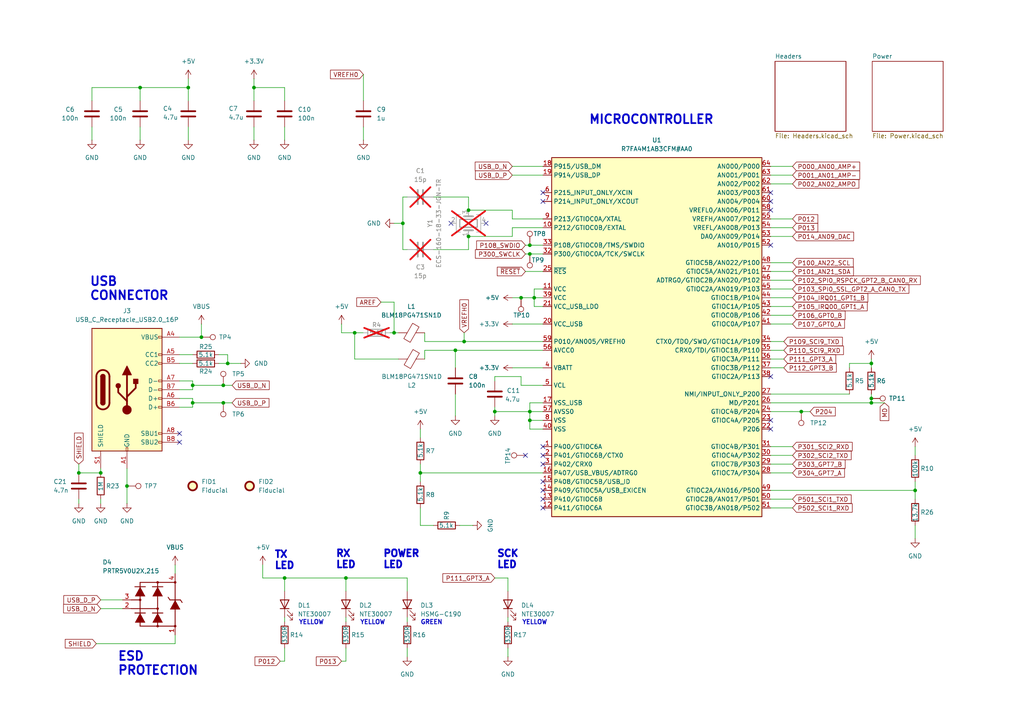
<source format=kicad_sch>
(kicad_sch (version 20231120) (generator "eeschema") (generator_version "8.0")
  (paper "A4")
  (title_block (title "Arduino UNO R4 Minima") (date "2024-05-10") (rev "1") (company "Carlos Sabogal"))
  (lib_symbols
    (symbol "Arduino UNO R4 Minima:PRTR5V0U2X,215"
      (property "Reference" "D" (at -13.716 9.398 0))
      (property "Value" "PRTR5V0U2X,215" (at -6.096 7.112 0))
      (symbol "PRTR5V0U2X,215_1_0"
        (pin passive line (at 5.08 -10.16 90) (length 2.54) (name "1") (number "1"))
        (pin passive line (at -10.16 -2.54 0) (length 2.54) (name "2") (number "2"))
        (pin passive line (at -10.16 0 0) (length 2.54) (name "3") (number "3"))
        (pin passive line (at 5.08 7.62 270) (length 2.54) (name "4") (number "4"))
      )
    )
    (symbol "Arduino UNO R4 Minima:R7FA4M1AB3CFM#AA0"
      (property "Reference" "U" (at 0.762 107.442 0))
      (property "Value" "R7FA4M1AB3CFM#AA0" (at 10.414 105.41 0))
      (symbol "R7FA4M1AB3CFM#AA0_1_0"
        (pin passive line (at -2.54 20.32 0) (length 2.54) (name "P400/GTIOC6A") (number "1"))
        (pin passive line (at -2.54 83.82 0) (length 2.54) (name "P212/GTIOC0B/EXTAL") (number "10"))
        (pin passive line (at -2.54 66.04 0) (length 2.54) (name "VCC") (number "11"))
        (pin passive line (at -2.54 2.54 0) (length 2.54) (name "P411/GTIOC6A") (number "12"))
        (pin passive line (at -2.54 5.08 0) (length 2.54) (name "P410/GTIOC6B") (number "13"))
        (pin passive line (at -2.54 7.62 0) (length 2.54) (name "P409/GTIOC5A/USB_EXICEN") (number "14"))
        (pin passive line (at -2.54 10.16 0) (length 2.54) (name "P408/GTIOC5B/USB_ID") (number "15"))
        (pin passive line (at -2.54 12.7 0) (length 2.54) (name "P407/USB_VBUS/ADTRG0") (number "16"))
        (pin passive line (at -2.54 33.02 0) (length 2.54) (name "VSS_USB") (number "17"))
        (pin passive line (at -2.54 101.6 0) (length 2.54) (name "P915/USB_DM") (number "18"))
        (pin passive line (at -2.54 99.06 0) (length 2.54) (name "P914/USB_DP") (number "19"))
        (pin passive line (at -2.54 17.78 0) (length 2.54) (name "P401/GTIOC6B/CTX0") (number "2"))
        (pin passive line (at -2.54 55.88 0) (length 2.54) (name "VCC_USB") (number "20"))
        (pin passive line (at -2.54 60.96 0) (length 2.54) (name "VCC_USB_LDO") (number "21"))
        (pin passive line (at 63.5 25.4 180) (length 2.54) (name "P206") (number "22"))
        (pin passive line (at 63.5 27.94 180) (length 2.54) (name "GTIOC4A/P205") (number "23"))
        (pin passive line (at 63.5 30.48 180) (length 2.54) (name "GTIOC4B/P204") (number "24"))
        (pin passive line (at -2.54 71.12 0) (length 2.54) (name "~{RES}") (number "25"))
        (pin passive line (at 63.5 33.02 180) (length 2.54) (name "MD/P201") (number "26"))
        (pin passive line (at 63.5 35.56 180) (length 2.54) (name "NMI/INPUT_ONLY_P200") (number "27"))
        (pin passive line (at 63.5 12.7 180) (length 2.54) (name "GTIOC7A/P304") (number "28"))
        (pin passive line (at 63.5 15.24 180) (length 2.54) (name "GTIOC7B/P303") (number "29"))
        (pin passive line (at -2.54 15.24 0) (length 2.54) (name "P402/CRX0") (number "3"))
        (pin passive line (at 63.5 17.78 180) (length 2.54) (name "GTIOC4A/P302") (number "30"))
        (pin passive line (at 63.5 20.32 180) (length 2.54) (name "GTIOC4B/P301") (number "31"))
        (pin passive line (at -2.54 76.2 0) (length 2.54) (name "P300/GTIOC0A/TCK/SWCLK") (number "32"))
        (pin passive line (at -2.54 78.74 0) (length 2.54) (name "P108/GTIOC0B/TMS/SWDIO") (number "33"))
        (pin passive line (at 63.5 50.8 180) (length 2.54) (name "CTX0/TDO/SWO/GTIOC1A/P109") (number "34"))
        (pin passive line (at 63.5 48.26 180) (length 2.54) (name "CRX0/TDI/GTIOC1B/P110") (number "35"))
        (pin passive line (at 63.5 45.72 180) (length 2.54) (name "GTIOC3A/P111") (number "36"))
        (pin passive line (at 63.5 43.18 180) (length 2.54) (name "GTIOC3B/P112") (number "37"))
        (pin passive line (at 63.5 40.64 180) (length 2.54) (name "GTIOC2A/P113") (number "38"))
        (pin passive line (at -2.54 63.5 0) (length 2.54) (name "VCC") (number "39"))
        (pin passive line (at -2.54 43.18 0) (length 2.54) (name "VBATT") (number "4"))
        (pin passive line (at -2.54 25.4 0) (length 2.54) (name "VSS") (number "40"))
        (pin passive line (at 63.5 55.88 180) (length 2.54) (name "GTIOC0A/P107") (number "41"))
        (pin passive line (at 63.5 58.42 180) (length 2.54) (name "GTIOC0B/P106") (number "42"))
        (pin passive line (at 63.5 60.96 180) (length 2.54) (name "GTIOC1A/P105") (number "43"))
        (pin passive line (at 63.5 63.5 180) (length 2.54) (name "GTIOC1B/P104") (number "44"))
        (pin passive line (at 63.5 66.04 180) (length 2.54) (name "GTIOC2A/AN019/P103") (number "45"))
        (pin passive line (at 63.5 68.58 180) (length 2.54) (name "ADTRG0/GTIOC2B/AN020/P102") (number "46"))
        (pin passive line (at 63.5 71.12 180) (length 2.54) (name "GTIOC5A/AN021/P101") (number "47"))
        (pin passive line (at 63.5 73.66 180) (length 2.54) (name "GTIOC5B/AN022/P100") (number "48"))
        (pin passive line (at 63.5 7.62 180) (length 2.54) (name "GTIOC2A/AN016/P500") (number "49"))
        (pin passive line (at -2.54 38.1 0) (length 2.54) (name "VCL") (number "5"))
        (pin passive line (at 63.5 5.08 180) (length 2.54) (name "GTIOC2B/AN017/P501") (number "50"))
        (pin passive line (at 63.5 2.54 180) (length 2.54) (name "GTIOC3B/AN018/P502") (number "51"))
        (pin passive line (at 63.5 78.74 180) (length 2.54) (name "AN010/P015") (number "52"))
        (pin passive line (at 63.5 81.28 180) (length 2.54) (name "DA0/AN009/P014") (number "53"))
        (pin passive line (at 63.5 83.82 180) (length 2.54) (name "VREFL/AN008/P013") (number "54"))
        (pin passive line (at 63.5 86.36 180) (length 2.54) (name "VREFH/AN007/P012") (number "55"))
        (pin passive line (at -2.54 48.26 0) (length 2.54) (name "AVCC0") (number "56"))
        (pin passive line (at -2.54 30.48 0) (length 2.54) (name "AVSS0") (number "57"))
        (pin passive line (at 63.5 88.9 180) (length 2.54) (name "VREFL0/AN006/P011") (number "58"))
        (pin passive line (at -2.54 50.8 0) (length 2.54) (name "P010/AN005/VREFH0") (number "59"))
        (pin passive line (at -2.54 93.98 0) (length 2.54) (name "P215_INPUT_ONLY/XCIN") (number "6"))
        (pin passive line (at 63.5 91.44 180) (length 2.54) (name "AN004/P004") (number "60"))
        (pin passive line (at 63.5 93.98 180) (length 2.54) (name "AN003/P003") (number "61"))
        (pin passive line (at 63.5 96.52 180) (length 2.54) (name "AN002/P002") (number "62"))
        (pin passive line (at 63.5 99.06 180) (length 2.54) (name "AN001/P001") (number "63"))
        (pin passive line (at 63.5 101.6 180) (length 2.54) (name "AN000/P000") (number "64"))
        (pin passive line (at -2.54 91.44 0) (length 2.54) (name "P214_INPUT_ONLY/XCOUT") (number "7"))
        (pin passive line (at -2.54 27.94 0) (length 2.54) (name "VSS") (number "8"))
        (pin passive line (at -2.54 86.36 0) (length 2.54) (name "P213/GTIOC0A/XTAL") (number "9"))
      )
    )
    (symbol "Connector:TestPoint" (pin_numbers hide) (pin_names (offset 0.762) hide)
      (property "Reference" "TP" (at 0 6.858 0))
      (property "Value" "TestPoint" (at 0 5.08 0))
      (symbol "TestPoint_1_1"
        (pin passive line (at 0 0 90) (length 2.54) (name "1") (number "1"))
      )
    )
    (symbol "Connector:USB_C_Receptacle_USB2.0_16P" (pin_names (offset 1.016))
      (property "Reference" "J" (at 0 22.225 0))
      (property "Value" "USB_C_Receptacle_USB2.0_16P" (at 0 19.685 0))
      (symbol "USB_C_Receptacle_USB2.0_16P_1_1"
        (pin passive line (at 0 -22.86 90) (length 5.08) (name "GND") (number "A1"))
        (pin passive line (at 0 -22.86 90) (length 5.08) hide (name "GND") (number "A12"))
        (pin passive line (at 15.24 15.24 180) (length 5.08) (name "VBUS") (number "A4"))
        (pin bidirectional line (at 15.24 10.16 180) (length 5.08) (name "CC1") (number "A5"))
        (pin bidirectional line (at 15.24 -2.54 180) (length 5.08) (name "D+") (number "A6"))
        (pin bidirectional line (at 15.24 2.54 180) (length 5.08) (name "D-") (number "A7"))
        (pin bidirectional line (at 15.24 -12.7 180) (length 5.08) (name "SBU1") (number "A8"))
        (pin passive line (at 15.24 15.24 180) (length 5.08) hide (name "VBUS") (number "A9"))
        (pin passive line (at 0 -22.86 90) (length 5.08) hide (name "GND") (number "B1"))
        (pin passive line (at 0 -22.86 90) (length 5.08) hide (name "GND") (number "B12"))
        (pin passive line (at 15.24 15.24 180) (length 5.08) hide (name "VBUS") (number "B4"))
        (pin bidirectional line (at 15.24 7.62 180) (length 5.08) (name "CC2") (number "B5"))
        (pin bidirectional line (at 15.24 -5.08 180) (length 5.08) (name "D+") (number "B6"))
        (pin bidirectional line (at 15.24 0 180) (length 5.08) (name "D-") (number "B7"))
        (pin bidirectional line (at 15.24 -15.24 180) (length 5.08) (name "SBU2") (number "B8"))
        (pin passive line (at 15.24 15.24 180) (length 5.08) hide (name "VBUS") (number "B9"))
        (pin passive line (at -7.62 -22.86 90) (length 5.08) (name "SHIELD") (number "S1"))
      )
    )
    (symbol "Device:C" (pin_numbers hide) (pin_names (offset 0.254))
      (property "Reference" "C" (at 0.635 2.54 0))
      (property "Value" "C" (at 0.635 -2.54 0))
      (symbol "C_1_1"
        (pin passive line (at 0 3.81 270) (length 2.794) (name "~") (number "1"))
        (pin passive line (at 0 -3.81 90) (length 2.794) (name "~") (number "2"))
      )
    )
    (symbol "Device:Crystal_GND24" (pin_names (offset 1.016) hide)
      (property "Reference" "Y" (at 3.175 5.08 0))
      (property "Value" "Crystal_GND24" (at 3.175 3.175 0))
      (symbol "Crystal_GND24_1_1"
        (pin passive line (at -3.81 0 0) (length 1.27) (name "1") (number "1"))
        (pin passive line (at 0 5.08 270) (length 1.27) (name "2") (number "2"))
        (pin passive line (at 3.81 0 180) (length 1.27) (name "3") (number "3"))
        (pin passive line (at 0 -5.08 90) (length 1.27) (name "4") (number "4"))
      )
    )
    (symbol "Device:FerriteBead" (pin_numbers hide) (pin_names (offset 0))
      (property "Reference" "FB" (at -3.81 0.635 90))
      (property "Value" "FerriteBead" (at 3.81 0 90))
      (symbol "FerriteBead_1_1"
        (pin passive line (at 0 3.81 270) (length 2.54) (name "~") (number "1"))
        (pin passive line (at 0 -3.81 90) (length 2.54) (name "~") (number "2"))
      )
    )
    (symbol "Device:LED" (pin_numbers hide) (pin_names (offset 1.016) hide)
      (property "Reference" "D" (at 0 2.54 0))
      (property "Value" "LED" (at 0 -2.54 0))
      (symbol "LED_1_1"
        (pin passive line (at -3.81 0 0) (length 2.54) (name "K") (number "1"))
        (pin passive line (at 3.81 0 180) (length 2.54) (name "A") (number "2"))
      )
    )
    (symbol "Device:R" (pin_numbers hide) (pin_names (offset 0))
      (property "Reference" "R" (at 2.032 0 90))
      (property "Value" "R" (at 0 0 90))
      (symbol "R_1_1"
        (pin passive line (at 0 3.81 270) (length 1.27) (name "~") (number "1"))
        (pin passive line (at 0 -3.81 90) (length 1.27) (name "~") (number "2"))
      )
    )
    (symbol "Mechanical:Fiducial" (exclude_from_sim yes) (in_bom no)
      (property "Reference" "FID" (at 0 5.08 0))
      (property "Value" "Fiducial" (at 0 3.175 0))
    )
    (symbol "power:+3.3V" (power) (pin_numbers hide) (pin_names (offset 0) hide)
      (property "Value" "+3.3V" (at 0 3.556 0))
      (symbol "+3.3V_1_1"
        (pin power_in line (at 0 0 90) (length 0) (name "~") (number "1"))
      )
    )
    (symbol "power:+5V" (power) (pin_numbers hide) (pin_names (offset 0) hide)
      (property "Value" "+5V" (at 0 3.556 0))
      (symbol "+5V_1_1"
        (pin power_in line (at 0 0 90) (length 0) (name "~") (number "1"))
      )
    )
    (symbol "power:GND" (power) (pin_numbers hide) (pin_names (offset 0) hide)
      (property "Value" "GND" (at 0 -3.81 0))
      (symbol "GND_1_1"
        (pin power_in line (at 0 0 270) (length 0) (name "~") (number "1"))
      )
    )
    (symbol "power:VBUS" (power) (pin_numbers hide) (pin_names (offset 0) hide)
      (property "Value" "VBUS" (at 0 3.556 0))
      (symbol "VBUS_1_1"
        (pin power_in line (at 0 0 90) (length 0) (name "~") (number "1"))
      )
    )
  )
  (junction (at 64.77 111.76))
  (junction (at 73.66 25.4))
  (junction (at 153.67 121.92))
  (junction (at 58.42 97.79))
  (junction (at 252.73 116.84))
  (junction (at 135.89 60.96))
  (junction (at 151.13 86.36))
  (junction (at 102.87 96.52))
  (junction (at 64.77 116.84))
  (junction (at 55.88 111.76))
  (junction (at 153.67 119.38))
  (junction (at 36.83 140.97))
  (junction (at 116.84 64.77))
  (junction (at 153.67 73.66))
  (junction (at 40.64 25.4))
  (junction (at 55.88 116.84))
  (junction (at 154.94 86.36))
  (junction (at 153.67 71.12))
  (junction (at 232.41 119.38))
  (junction (at 82.55 167.64))
  (junction (at 22.86 137.16))
  (junction (at 143.51 119.38))
  (junction (at 265.43 142.24))
  (junction (at 252.73 105.41))
  (junction (at 29.21 137.16))
  (junction (at 252.73 115.57))
  (junction (at 54.61 25.4))
  (junction (at 114.3 96.52))
  (junction (at 134.62 99.06))
  (junction (at 121.92 137.16))
  (junction (at 135.89 68.58))
  (junction (at 100.33 167.64))
  (junction (at 132.08 101.6))
  (junction (at 66.04 105.41))
  (no_connect (at 157.48 147.32))
  (no_connect (at 223.52 124.46))
  (no_connect (at 140.97 64.77))
  (no_connect (at 223.52 60.96))
  (no_connect (at 157.48 58.42))
  (no_connect (at 223.52 71.12))
  (no_connect (at 157.48 129.54))
  (no_connect (at 223.52 58.42))
  (no_connect (at 52.07 128.27))
  (no_connect (at 152.4 132.08))
  (no_connect (at 223.52 55.88))
  (no_connect (at 223.52 121.92))
  (no_connect (at 157.48 139.7))
  (no_connect (at 157.48 142.24))
  (no_connect (at 157.48 132.08))
  (no_connect (at 52.07 125.73))
  (no_connect (at 157.48 55.88))
  (no_connect (at 157.48 144.78))
  (no_connect (at 223.52 109.22))
  (no_connect (at 130.81 64.77))
  (no_connect (at 157.48 134.62))
  (wire (pts (xy 132.08 120.65) (xy 132.08 114.3)))
  (wire (pts (xy 143.51 120.65) (xy 143.51 119.38)))
  (wire (pts (xy 154.94 86.36) (xy 154.94 83.82)))
  (wire (pts (xy 152.4 73.66) (xy 153.67 73.66)))
  (wire (pts (xy 152.4 71.12) (xy 153.67 71.12)))
  (wire (pts (xy 115.57 104.14) (xy 102.87 104.14)))
  (wire (pts (xy 223.52 116.84) (xy 252.73 116.84)))
  (wire (pts (xy 121.92 152.4) (xy 125.73 152.4)))
  (wire (pts (xy 114.3 64.77) (xy 116.84 64.77)))
  (wire (pts (xy 148.59 106.68) (xy 157.48 106.68)))
  (wire (pts (xy 232.41 119.38) (xy 234.95 119.38)))
  (wire (pts (xy 223.52 93.98) (xy 229.87 93.98)))
  (wire (pts (xy 223.52 66.04) (xy 229.87 66.04)))
  (wire (pts (xy 265.43 142.24) (xy 265.43 144.78)))
  (wire (pts (xy 147.32 190.5) (xy 147.32 187.96)))
  (wire (pts (xy 118.11 57.15) (xy 116.84 57.15)))
  (wire (pts (xy 147.32 167.64) (xy 147.32 171.45)))
  (wire (pts (xy 55.88 111.76) (xy 55.88 113.03)))
  (wire (pts (xy 113.03 96.52) (xy 114.3 96.52)))
  (wire (pts (xy 223.52 119.38) (xy 232.41 119.38)))
  (wire (pts (xy 64.77 111.76) (xy 67.31 111.76)))
  (wire (pts (xy 29.21 176.53) (xy 35.56 176.53)))
  (wire (pts (xy 148.59 66.04) (xy 148.59 68.58)))
  (wire (pts (xy 116.84 64.77) (xy 116.84 72.39)))
  (wire (pts (xy 223.52 50.8) (xy 229.87 50.8)))
  (wire (pts (xy 153.67 116.84) (xy 157.48 116.84)))
  (wire (pts (xy 227.33 104.14) (xy 223.52 104.14)))
  (wire (pts (xy 29.21 173.99) (xy 35.56 173.99)))
  (wire (pts (xy 27.94 186.69) (xy 50.8 186.69)))
  (wire (pts (xy 82.55 167.64) (xy 82.55 171.45)))
  (wire (pts (xy 76.2 163.83) (xy 76.2 167.64)))
  (wire (pts (xy 55.88 111.76) (xy 64.77 111.76)))
  (wire (pts (xy 265.43 129.54) (xy 265.43 132.08)))
  (wire (pts (xy 40.64 29.21) (xy 40.64 25.4)))
  (wire (pts (xy 152.4 78.74) (xy 157.48 78.74)))
  (wire (pts (xy 148.59 68.58) (xy 135.89 68.58)))
  (wire (pts (xy 157.48 63.5) (xy 148.59 63.5)))
  (wire (pts (xy 252.73 115.57) (xy 252.73 116.84)))
  (wire (pts (xy 135.89 57.15) (xy 135.89 60.96)))
  (wire (pts (xy 99.06 96.52) (xy 99.06 93.98)))
  (wire (pts (xy 157.48 124.46) (xy 153.67 124.46)))
  (wire (pts (xy 223.52 132.08) (xy 229.87 132.08)))
  (wire (pts (xy 223.52 129.54) (xy 229.87 129.54)))
  (wire (pts (xy 73.66 40.64) (xy 73.66 36.83)))
  (wire (pts (xy 99.06 96.52) (xy 102.87 96.52)))
  (wire (pts (xy 252.73 105.41) (xy 246.38 105.41)))
  (wire (pts (xy 123.19 96.52) (xy 123.19 99.06)))
  (wire (pts (xy 151.13 86.36) (xy 154.94 86.36)))
  (wire (pts (xy 134.62 96.52) (xy 134.62 99.06)))
  (wire (pts (xy 29.21 146.05) (xy 29.21 144.78)))
  (wire (pts (xy 223.52 144.78) (xy 229.87 144.78)))
  (wire (pts (xy 157.48 119.38) (xy 153.67 119.38)))
  (wire (pts (xy 40.64 25.4) (xy 54.61 25.4)))
  (wire (pts (xy 153.67 73.66) (xy 157.48 73.66)))
  (wire (pts (xy 252.73 114.3) (xy 252.73 115.57)))
  (wire (pts (xy 40.64 40.64) (xy 40.64 36.83)))
  (wire (pts (xy 125.73 57.15) (xy 135.89 57.15)))
  (wire (pts (xy 123.19 99.06) (xy 134.62 99.06)))
  (wire (pts (xy 36.83 146.05) (xy 36.83 140.97)))
  (wire (pts (xy 66.04 102.87) (xy 66.04 105.41)))
  (wire (pts (xy 116.84 57.15) (xy 116.84 64.77)))
  (wire (pts (xy 26.67 25.4) (xy 40.64 25.4)))
  (wire (pts (xy 54.61 22.86) (xy 54.61 25.4)))
  (wire (pts (xy 52.07 110.49) (xy 55.88 110.49)))
  (wire (pts (xy 148.59 60.96) (xy 135.89 60.96)))
  (wire (pts (xy 223.52 76.2) (xy 229.87 76.2)))
  (wire (pts (xy 121.92 124.46) (xy 121.92 127)))
  (wire (pts (xy 123.19 101.6) (xy 132.08 101.6)))
  (wire (pts (xy 55.88 113.03) (xy 52.07 113.03)))
  (wire (pts (xy 36.83 140.97) (xy 36.83 135.89)))
  (wire (pts (xy 102.87 96.52) (xy 105.41 96.52)))
  (wire (pts (xy 22.86 134.62) (xy 22.86 137.16)))
  (wire (pts (xy 135.89 72.39) (xy 135.89 68.58)))
  (wire (pts (xy 100.33 167.64) (xy 82.55 167.64)))
  (wire (pts (xy 157.48 66.04) (xy 148.59 66.04)))
  (wire (pts (xy 223.52 78.74) (xy 229.87 78.74)))
  (wire (pts (xy 55.88 110.49) (xy 55.88 111.76)))
  (wire (pts (xy 154.94 83.82) (xy 157.48 83.82)))
  (wire (pts (xy 118.11 190.5) (xy 118.11 187.96)))
  (wire (pts (xy 64.77 116.84) (xy 67.31 116.84)))
  (wire (pts (xy 223.52 91.44) (xy 229.87 91.44)))
  (wire (pts (xy 66.04 105.41) (xy 63.5 105.41)))
  (wire (pts (xy 82.55 191.77) (xy 82.55 187.96)))
  (wire (pts (xy 223.52 114.3) (xy 246.38 114.3)))
  (wire (pts (xy 55.88 116.84) (xy 64.77 116.84)))
  (wire (pts (xy 252.73 104.14) (xy 252.73 105.41)))
  (wire (pts (xy 153.67 124.46) (xy 153.67 121.92)))
  (wire (pts (xy 143.51 109.22) (xy 143.51 110.49)))
  (wire (pts (xy 223.52 83.82) (xy 229.87 83.82)))
  (wire (pts (xy 153.67 116.84) (xy 153.67 119.38)))
  (wire (pts (xy 157.48 121.92) (xy 153.67 121.92)))
  (wire (pts (xy 22.86 137.16) (xy 29.21 137.16)))
  (wire (pts (xy 265.43 152.4) (xy 265.43 156.21)))
  (wire (pts (xy 148.59 48.26) (xy 157.48 48.26)))
  (wire (pts (xy 157.48 111.76) (xy 151.13 111.76)))
  (wire (pts (xy 100.33 167.64) (xy 100.33 171.45)))
  (wire (pts (xy 82.55 180.34) (xy 82.55 179.07)))
  (wire (pts (xy 132.08 101.6) (xy 157.48 101.6)))
  (wire (pts (xy 58.42 93.98) (xy 58.42 97.79)))
  (wire (pts (xy 26.67 29.21) (xy 26.67 25.4)))
  (wire (pts (xy 137.16 152.4) (xy 133.35 152.4)))
  (wire (pts (xy 50.8 163.83) (xy 50.8 166.37)))
  (wire (pts (xy 223.52 134.62) (xy 229.87 134.62)))
  (wire (pts (xy 82.55 29.21) (xy 82.55 25.4)))
  (wire (pts (xy 227.33 101.6) (xy 223.52 101.6)))
  (wire (pts (xy 82.55 25.4) (xy 73.66 25.4)))
  (wire (pts (xy 227.33 106.68) (xy 223.52 106.68)))
  (wire (pts (xy 55.88 116.84) (xy 55.88 118.11)))
  (wire (pts (xy 153.67 121.92) (xy 153.67 119.38)))
  (wire (pts (xy 223.52 63.5) (xy 229.87 63.5)))
  (wire (pts (xy 55.88 102.87) (xy 52.07 102.87)))
  (wire (pts (xy 82.55 40.64) (xy 82.55 36.83)))
  (wire (pts (xy 73.66 25.4) (xy 73.66 29.21)))
  (wire (pts (xy 105.41 21.59) (xy 105.41 29.21)))
  (wire (pts (xy 223.52 88.9) (xy 229.87 88.9)))
  (wire (pts (xy 121.92 137.16) (xy 121.92 139.7)))
  (wire (pts (xy 50.8 186.69) (xy 50.8 184.15)))
  (wire (pts (xy 114.3 96.52) (xy 115.57 96.52)))
  (wire (pts (xy 132.08 106.68) (xy 132.08 101.6)))
  (wire (pts (xy 116.84 72.39) (xy 118.11 72.39)))
  (wire (pts (xy 265.43 139.7) (xy 265.43 142.24)))
  (wire (pts (xy 121.92 137.16) (xy 157.48 137.16)))
  (wire (pts (xy 26.67 40.64) (xy 26.67 36.83)))
  (wire (pts (xy 151.13 111.76) (xy 151.13 109.22)))
  (wire (pts (xy 118.11 167.64) (xy 100.33 167.64)))
  (wire (pts (xy 148.59 93.98) (xy 157.48 93.98)))
  (wire (pts (xy 157.48 86.36) (xy 154.94 86.36)))
  (wire (pts (xy 100.33 191.77) (xy 100.33 187.96)))
  (wire (pts (xy 223.52 137.16) (xy 229.87 137.16)))
  (wire (pts (xy 223.52 48.26) (xy 229.87 48.26)))
  (wire (pts (xy 123.19 101.6) (xy 123.19 104.14)))
  (wire (pts (xy 229.87 147.32) (xy 223.52 147.32)))
  (wire (pts (xy 54.61 25.4) (xy 54.61 29.21)))
  (wire (pts (xy 223.52 81.28) (xy 229.87 81.28)))
  (wire (pts (xy 118.11 180.34) (xy 118.11 179.07)))
  (wire (pts (xy 227.33 99.06) (xy 223.52 99.06)))
  (wire (pts (xy 252.73 105.41) (xy 252.73 106.68)))
  (wire (pts (xy 118.11 171.45) (xy 118.11 167.64)))
  (wire (pts (xy 110.49 87.63) (xy 114.3 87.63)))
  (wire (pts (xy 114.3 87.63) (xy 114.3 96.52)))
  (wire (pts (xy 69.85 105.41) (xy 66.04 105.41)))
  (wire (pts (xy 52.07 97.79) (xy 58.42 97.79)))
  (wire (pts (xy 151.13 109.22) (xy 143.51 109.22)))
  (wire (pts (xy 148.59 63.5) (xy 148.59 60.96)))
  (wire (pts (xy 54.61 40.64) (xy 54.61 36.83)))
  (wire (pts (xy 143.51 119.38) (xy 143.51 118.11)))
  (wire (pts (xy 55.88 115.57) (xy 55.88 116.84)))
  (wire (pts (xy 157.48 88.9) (xy 154.94 88.9)))
  (wire (pts (xy 148.59 86.36) (xy 151.13 86.36)))
  (wire (pts (xy 143.51 119.38) (xy 153.67 119.38)))
  (wire (pts (xy 148.59 50.8) (xy 157.48 50.8)))
  (wire (pts (xy 63.5 102.87) (xy 66.04 102.87)))
  (wire (pts (xy 100.33 180.34) (xy 100.33 179.07)))
  (wire (pts (xy 223.52 68.58) (xy 229.87 68.58)))
  (wire (pts (xy 99.06 191.77) (xy 100.33 191.77)))
  (wire (pts (xy 55.88 105.41) (xy 52.07 105.41)))
  (wire (pts (xy 29.21 137.16) (xy 29.21 135.89)))
  (wire (pts (xy 73.66 22.86) (xy 73.66 25.4)))
  (wire (pts (xy 22.86 146.05) (xy 22.86 144.78)))
  (wire (pts (xy 154.94 88.9) (xy 154.94 86.36)))
  (wire (pts (xy 246.38 105.41) (xy 246.38 106.68)))
  (wire (pts (xy 76.2 167.64) (xy 82.55 167.64)))
  (wire (pts (xy 52.07 115.57) (xy 55.88 115.57)))
  (wire (pts (xy 121.92 134.62) (xy 121.92 137.16)))
  (wire (pts (xy 252.73 116.84) (xy 256.54 116.84)))
  (wire (pts (xy 121.92 152.4) (xy 121.92 147.32)))
  (wire (pts (xy 134.62 99.06) (xy 157.48 99.06)))
  (wire (pts (xy 147.32 180.34) (xy 147.32 179.07)))
  (wire (pts (xy 143.51 167.64) (xy 147.32 167.64)))
  (wire (pts (xy 223.52 142.24) (xy 265.43 142.24)))
  (wire (pts (xy 102.87 104.14) (xy 102.87 96.52)))
  (wire (pts (xy 81.28 191.77) (xy 82.55 191.77)))
  (wire (pts (xy 125.73 72.39) (xy 135.89 72.39)))
  (wire (pts (xy 153.67 71.12) (xy 157.48 71.12)))
  (wire (pts (xy 223.52 53.34) (xy 229.87 53.34)))
  (wire (pts (xy 105.41 40.64) (xy 105.41 36.83)))
  (wire (pts (xy 55.88 118.11) (xy 52.07 118.11)))
  (wire (pts (xy 223.52 86.36) (xy 229.87 86.36)))
  (text "RX\nLED" (at 97.282 162.306 0) (effects (font (size 2 2) (thickness 0.508) (bold yes)) (justify left)))
  (text "SCK\nLED" (at 144.018 162.306 0) (effects (font (size 2 2) (thickness 0.508) (bold yes)) (justify left)))
  (text "ESD\nPROTECTION" (at 34.036 192.532 0) (effects (font (size 2.54 2.54) (thickness 0.508) (bold yes)) (justify left)))
  (text "TX\nLED" (at 79.502 162.56 0) (effects (font (size 2 2) (thickness 0.508) (bold yes)) (justify left)))
  (text "YELLOW" (at 86.614 180.594 0) (effects (font (size 1.27 1.27) (thickness 0.254) (bold yes)) (justify left)))
  (text "MICROCONTROLLER" (at 170.688 34.798 0) (effects (font (size 2.54 2.54) (thickness 0.508) (bold yes)) (justify left)))
  (text "YELLOW" (at 151.384 180.594 0) (effects (font (size 1.27 1.27) (thickness 0.254) (bold yes)) (justify left)))
  (text "YELLOW" (at 104.394 180.594 0) (effects (font (size 1.27 1.27) (thickness 0.254) (bold yes)) (justify left)))
  (text "USB\nCONNECTOR" (at 25.908 83.82 0) (effects (font (size 2.54 2.54) (thickness 0.508) (bold yes)) (justify left)))
  (text "GREEN" (at 121.92 180.594 0) (effects (font (size 1.27 1.27) (thickness 0.254) (bold yes)) (justify left)))
  (text "POWER\nLED" (at 110.998 162.306 0) (effects (font (size 2 2) (thickness 0.508) (bold yes)) (justify left)))
  (global_label "P103_SPI0_SSL_GPT2_A_CAN0_TX" (shape input) (at 229.87 83.82 0) (property "Intersheetrefs" "${INTERSHEET_REFS}" (effects (hide yes))))
  (global_label "~{RESET}" (shape input) (at 152.4 78.74 180) (property "Intersheetrefs" "${INTERSHEET_REFS}" (effects (hide yes))))
  (global_label "P013" (shape input) (at 229.87 66.04 0) (property "Intersheetrefs" "${INTERSHEET_REFS}" (effects (hide yes))))
  (global_label "P108_SWDIO" (shape input) (at 152.4 71.12 180) (property "Intersheetrefs" "${INTERSHEET_REFS}" (effects (hide yes))))
  (global_label "P112_GPT3_B" (shape input) (at 227.33 106.68 0) (property "Intersheetrefs" "${INTERSHEET_REFS}" (effects (hide yes))))
  (global_label "SHIELD" (shape input) (at 22.86 134.62 90) (property "Intersheetrefs" "${INTERSHEET_REFS}" (effects (hide yes))))
  (global_label "P105_IRQ00_GPT1_A" (shape input) (at 229.87 88.9 0) (property "Intersheetrefs" "${INTERSHEET_REFS}" (effects (hide yes))))
  (global_label "P304_GPT7_A" (shape input) (at 229.87 137.16 0) (property "Intersheetrefs" "${INTERSHEET_REFS}" (effects (hide yes))))
  (global_label "USB_D_N" (shape input) (at 67.31 111.76 0) (property "Intersheetrefs" "${INTERSHEET_REFS}" (effects (hide yes))))
  (global_label "P302_SCI2_TXD" (shape input) (at 229.87 132.08 0) (property "Intersheetrefs" "${INTERSHEET_REFS}" (effects (hide yes))))
  (global_label "USB_D_N" (shape input) (at 148.59 48.26 180) (property "Intersheetrefs" "${INTERSHEET_REFS}" (effects (hide yes))))
  (global_label "P002_AN02_AMPO" (shape input) (at 229.87 53.34 0) (property "Intersheetrefs" "${INTERSHEET_REFS}" (effects (hide yes))))
  (global_label "P111_GPT3_A" (shape input) (at 227.33 104.14 0) (property "Intersheetrefs" "${INTERSHEET_REFS}" (effects (hide yes))))
  (global_label "P014_AN09_DAC" (shape input) (at 229.87 68.58 0) (property "Intersheetrefs" "${INTERSHEET_REFS}" (effects (hide yes))))
  (global_label "MD" (shape input) (at 256.54 116.84 270) (property "Intersheetrefs" "${INTERSHEET_REFS}" (effects (hide yes))))
  (global_label "USB_D_P" (shape input) (at 148.59 50.8 180) (property "Intersheetrefs" "${INTERSHEET_REFS}" (effects (hide yes))))
  (global_label "P303_GPT7_B" (shape input) (at 229.87 134.62 0) (property "Intersheetrefs" "${INTERSHEET_REFS}" (effects (hide yes))))
  (global_label "USB_D_N" (shape input) (at 29.21 176.53 180) (property "Intersheetrefs" "${INTERSHEET_REFS}" (effects (hide yes))))
  (global_label "P106_GPT0_B" (shape input) (at 229.87 91.44 0) (property "Intersheetrefs" "${INTERSHEET_REFS}" (effects (hide yes))))
  (global_label "VREFH0" (shape input) (at 105.41 21.59 180) (property "Intersheetrefs" "${INTERSHEET_REFS}" (effects (hide yes))))
  (global_label "P107_GPT0_A" (shape input) (at 229.87 93.98 0) (property "Intersheetrefs" "${INTERSHEET_REFS}" (effects (hide yes))))
  (global_label "P204" (shape input) (at 234.95 119.38 0) (property "Intersheetrefs" "${INTERSHEET_REFS}" (effects (hide yes))))
  (global_label "P111_GPT3_A" (shape input) (at 143.51 167.64 180) (property "Intersheetrefs" "${INTERSHEET_REFS}" (effects (hide yes))))
  (global_label "P102_SPI0_RSPCK_GPT2_B_CAN0_RX" (shape input) (at 229.87 81.28 0) (property "Intersheetrefs" "${INTERSHEET_REFS}" (effects (hide yes))))
  (global_label "P501_SCI1_TXD" (shape input) (at 229.87 144.78 0) (property "Intersheetrefs" "${INTERSHEET_REFS}" (effects (hide yes))))
  (global_label "P101_AN21_SDA" (shape input) (at 229.87 78.74 0) (property "Intersheetrefs" "${INTERSHEET_REFS}" (effects (hide yes))))
  (global_label "P001_AN01_AMP-" (shape input) (at 229.87 50.8 0) (property "Intersheetrefs" "${INTERSHEET_REFS}" (effects (hide yes))))
  (global_label "SHIELD" (shape input) (at 27.94 186.69 180) (property "Intersheetrefs" "${INTERSHEET_REFS}" (effects (hide yes))))
  (global_label "P104_IRQ01_GPT1_B" (shape input) (at 229.87 86.36 0) (property "Intersheetrefs" "${INTERSHEET_REFS}" (effects (hide yes))))
  (global_label "P301_SCI2_RXD" (shape input) (at 229.87 129.54 0) (property "Intersheetrefs" "${INTERSHEET_REFS}" (effects (hide yes))))
  (global_label "P013" (shape input) (at 99.06 191.77 180) (property "Intersheetrefs" "${INTERSHEET_REFS}" (effects (hide yes))))
  (global_label "VREFH0" (shape input) (at 134.62 96.52 90) (property "Intersheetrefs" "${INTERSHEET_REFS}" (effects (hide yes))))
  (global_label "P012" (shape input) (at 229.87 63.5 0) (property "Intersheetrefs" "${INTERSHEET_REFS}" (effects (hide yes))))
  (global_label "USB_D_P" (shape input) (at 67.31 116.84 0) (property "Intersheetrefs" "${INTERSHEET_REFS}" (effects (hide yes))))
  (global_label "P000_AN00_AMP+" (shape input) (at 229.87 48.26 0) (property "Intersheetrefs" "${INTERSHEET_REFS}" (effects (hide yes))))
  (global_label "P109_SCI9_TXD" (shape input) (at 227.33 99.06 0) (property "Intersheetrefs" "${INTERSHEET_REFS}" (effects (hide yes))))
  (global_label "P110_SCI9_RXD" (shape input) (at 227.33 101.6 0) (property "Intersheetrefs" "${INTERSHEET_REFS}" (effects (hide yes))))
  (global_label "P300_SWCLK" (shape input) (at 152.4 73.66 180) (property "Intersheetrefs" "${INTERSHEET_REFS}" (effects (hide yes))))
  (global_label "P012" (shape input) (at 81.28 191.77 180) (property "Intersheetrefs" "${INTERSHEET_REFS}" (effects (hide yes))))
  (global_label "P502_SCI1_RXD" (shape input) (at 229.87 147.32 0) (property "Intersheetrefs" "${INTERSHEET_REFS}" (effects (hide yes))))
  (global_label "AREF" (shape input) (at 110.49 87.63 180) (property "Intersheetrefs" "${INTERSHEET_REFS}" (effects (hide yes))))
  (global_label "P100_AN22_SCL" (shape input) (at 229.87 76.2 0) (property "Intersheetrefs" "${INTERSHEET_REFS}" (effects (hide yes))))
  (global_label "USB_D_P" (shape input) (at 29.21 173.99 180) (property "Intersheetrefs" "${INTERSHEET_REFS}" (effects (hide yes))))
  (symbol (lib_id "Device:LED") (at 100.33 175.26 90) (unit 1)
    (property "Reference" "DL2" (at 104.14 175.5774 90) (effects (justify right)))
    (property "Value" "NTE30007" (at 104.14 178.1174 90) (effects (justify right)))
    (property "Footprint" "LED_SMD:LED_0603_1608Metric" (effects (hide yes)))
    (property "Description" "Light emitting diode" (effects (hide yes)))
  )
  (symbol (lib_id "power:GND") (at 69.85 105.41 90) (unit 1)
    (property "Reference" "#PWR021" (effects (hide yes)))
    (property "Value" "GND" (at 73.66 105.4099 90) (effects (justify right)))
    (property "Description" "Power symbol creates a global label with name \"GND\" , ground" (effects (hide yes)))
  )
  (symbol (lib_id "power:GND") (at 29.21 146.05 0) (unit 1)
    (property "Reference" "#PWR019" (effects (hide yes)))
    (property "Value" "GND" (at 29.21 151.13 0))
    (property "Description" "Power symbol creates a global label with name \"GND\" , ground" (effects (hide yes)))
  )
  (symbol (lib_id "power:+5V") (at 76.2 163.83 0) (unit 1)
    (property "Reference" "#PWR045" (effects (hide yes)))
    (property "Value" "+5V" (at 76.2 158.75 0))
    (property "Description" "Power symbol creates a global label with name \"+5V\"" (effects (hide yes)))
  )
  (symbol (lib_id "Device:R") (at 265.43 148.59 0) (unit 1)
    (property "Reference" "R26" (at 266.954 148.59 0) (effects (justify left)))
    (property "Value" "13.7k" (at 265.43 151.384 90) (effects (justify left)))
    (property "Footprint" "Resistor_SMD:R_0402_1005Metric" (effects (hide yes)))
    (property "Description" "Resistor" (effects (hide yes)))
  )
  (symbol (lib_id "power:GND") (at 82.55 40.64 0) (unit 1)
    (property "Reference" "#PWR040" (effects (hide yes)))
    (property "Value" "GND" (at 82.55 45.72 0))
    (property "Description" "Power symbol creates a global label with name \"GND\" , ground" (effects (hide yes)))
  )
  (symbol (lib_id "Connector:TestPoint") (at 252.73 115.57 270) (unit 1)
    (property "Reference" "TP11" (at 257.81 115.5699 90) (effects (justify left)))
    (property "Value" "TestPoint" (effects (hide yes)))
    (property "Footprint" "TestPoint:TestPoint_Pad_D1.0mm" (effects (hide yes)))
    (property "Description" "test point" (effects (hide yes)))
  )
  (symbol (lib_id "Device:C") (at 143.51 114.3 180) (unit 1)
    (property "Reference" "C11" (at 150.876 113.284 0) (effects (justify left)))
    (property "Value" "4.7u" (at 150.876 115.824 0) (effects (justify left)))
    (property "Footprint" "Capacitor_SMD:C_0603_1608Metric" (effects (hide yes)))
    (property "Description" "Unpolarized capacitor" (effects (hide yes)))
  )
  (symbol (lib_id "power:GND") (at 22.86 146.05 0) (unit 1)
    (property "Reference" "#PWR018" (effects (hide yes)))
    (property "Value" "GND" (at 22.86 151.13 0))
    (property "Description" "Power symbol creates a global label with name \"GND\" , ground" (effects (hide yes)))
  )
  (symbol (lib_id "power:+5V") (at 265.43 129.54 0) (unit 1)
    (property "Reference" "#PWR043" (effects (hide yes)))
    (property "Value" "+5V" (at 265.43 124.46 0))
    (property "Description" "Power symbol creates a global label with name \"+5V\"" (effects (hide yes)))
  )
  (symbol (lib_id "Connector:TestPoint") (at 153.67 73.66 180) (unit 1)
    (property "Reference" "TP9" (at 154.178 75.438 0) (effects (justify right)))
    (property "Value" "TestPoint" (effects (hide yes)))
    (property "Footprint" "TestPoint:TestPoint_Pad_D1.0mm" (effects (hide yes)))
    (property "Description" "test point" (effects (hide yes)))
  )
  (symbol (lib_id "Device:Crystal_GND24") (at 135.89 64.77 90) (unit 1) (dnp yes)
    (property "Reference" "Y1" (at 124.714 64.77 0))
    (property "Value" "ECS-160-18-33-JGN-TR" (at 127.254 64.77 0))
    (property "Footprint" "Crystal:Crystal_SMD_SeikoEpson_FA238-4Pin_3.2x2.5mm" (effects (hide yes)))
    (property "Description" "Four pin crystal, GND on pins 2 and 4" (effects (hide yes)))
  )
  (symbol (lib_id "Connector:TestPoint") (at 64.77 116.84 180) (unit 1)
    (property "Reference" "TP6" (at 67.31 120.1419 0) (effects (justify right)))
    (property "Value" "TestPoint" (effects (hide yes)))
    (property "Footprint" "TestPoint:TestPoint_Pad_D1.0mm" (effects (hide yes)))
    (property "Description" "test point" (effects (hide yes)))
  )
  (symbol (lib_id "power:GND") (at 54.61 40.64 0) (unit 1)
    (property "Reference" "#PWR028" (effects (hide yes)))
    (property "Value" "GND" (at 54.61 45.72 0))
    (property "Description" "Power symbol creates a global label with name \"GND\" , ground" (effects (hide yes)))
  )
  (symbol (lib_id "power:GND") (at 147.32 190.5 0) (unit 1)
    (property "Reference" "#PWR047" (effects (hide yes)))
    (property "Value" "GND" (at 147.32 195.58 0))
    (property "Description" "Power symbol creates a global label with name \"GND\" , ground" (effects (hide yes)))
  )
  (symbol (lib_id "Connector:USB_C_Receptacle_USB2.0_16P") (at 36.83 113.03 0) (unit 1)
    (property "Reference" "J3" (at 36.83 90.17 0))
    (property "Value" "USB_C_Receptacle_USB2.0_16P" (at 36.83 92.71 0))
    (property "Footprint" "Connector_USB:USB_C_Receptacle_GCT_USB4105-xx-A_16P_TopMnt_Horizontal" (effects (hide yes)))
    (property "Datasheet" "https://www.usb.org/sites/default/files/documents/usb_type-c.zip" (effects (hide yes)))
    (property "Description" "USB 2.0-only 16P Type-C Receptacle connector" (effects (hide yes)))
  )
  (symbol (lib_id "power:GND") (at 26.67 40.64 0) (unit 1)
    (property "Reference" "#PWR026" (effects (hide yes)))
    (property "Value" "GND" (at 26.67 45.72 0))
    (property "Description" "Power symbol creates a global label with name \"GND\" , ground" (effects (hide yes)))
  )
  (symbol (lib_id "power:GND") (at 36.83 146.05 0) (unit 1)
    (property "Reference" "#PWR020" (effects (hide yes)))
    (property "Value" "GND" (at 36.83 151.13 0))
    (property "Description" "Power symbol creates a global label with name \"GND\" , ground" (effects (hide yes)))
  )
  (symbol (lib_id "Device:FerriteBead") (at 119.38 96.52 90) (unit 1)
    (property "Reference" "L1" (at 119.3292 88.9 90))
    (property "Value" "BLM18PG471SN1D" (at 119.3292 91.44 90))
    (property "Footprint" "Inductor_SMD:L_0603_1608Metric" (effects (hide yes)))
    (property "Description" "Ferrite bead" (effects (hide yes)))
  )
  (symbol (lib_id "power:GND") (at 118.11 190.5 0) (unit 1)
    (property "Reference" "#PWR046" (effects (hide yes)))
    (property "Value" "GND" (at 118.11 195.58 0))
    (property "Description" "Power symbol creates a global label with name \"GND\" , ground" (effects (hide yes)))
  )
  (symbol (lib_id "Device:R") (at 121.92 130.81 0) (unit 1)
    (property "Reference" "R7" (at 123.444 130.81 0) (effects (justify left)))
    (property "Value" "5.1k" (at 121.92 132.842 90) (effects (justify left)))
    (property "Footprint" "Resistor_SMD:R_0402_1005Metric" (effects (hide yes)))
    (property "Description" "Resistor" (effects (hide yes)))
  )
  (symbol (lib_id "power:GND") (at 143.51 120.65 0) (unit 1)
    (property "Reference" "#PWR032" (effects (hide yes)))
    (property "Value" "GND" (at 143.51 125.73 0))
    (property "Description" "Power symbol creates a global label with name \"GND\" , ground" (effects (hide yes)))
  )
  (symbol (lib_id "Connector:TestPoint") (at 36.83 140.97 270) (unit 1)
    (property "Reference" "TP7" (at 41.91 140.9699 90) (effects (justify left)))
    (property "Value" "TestPoint" (effects (hide yes)))
    (property "Footprint" "TestPoint:TestPoint_Pad_D1.0mm" (effects (hide yes)))
    (property "Description" "test point" (effects (hide yes)))
  )
  (symbol (lib_id "Device:R") (at 59.69 102.87 90) (unit 1)
    (property "Reference" "R25" (at 59.69 100.584 90))
    (property "Value" "5.1k" (at 59.69 102.87 90))
    (property "Footprint" "Resistor_SMD:R_0402_1005Metric" (effects (hide yes)))
    (property "Description" "Resistor" (effects (hide yes)))
  )
  (symbol (lib_id "Device:C") (at 121.92 72.39 90) (mirror x) (unit 1) (dnp yes)
    (property "Reference" "C3" (at 121.92 77.47 90))
    (property "Value" "15p" (at 121.92 80.01 90))
    (property "Footprint" "Capacitor_SMD:C_0402_1005Metric" (effects (hide yes)))
    (property "Description" "Unpolarized capacitor" (effects (hide yes)))
  )
  (symbol (lib_id "power:+5V") (at 99.06 93.98 0) (unit 1)
    (property "Reference" "#PWR039" (effects (hide yes)))
    (property "Value" "+5V" (at 99.06 88.9 0))
    (property "Description" "Power symbol creates a global label with name \"+5V\"" (effects (hide yes)))
  )
  (symbol (lib_id "power:GND") (at 105.41 40.64 0) (unit 1)
    (property "Reference" "#PWR038" (effects (hide yes)))
    (property "Value" "GND" (at 105.41 45.72 0))
    (property "Description" "Power symbol creates a global label with name \"GND\" , ground" (effects (hide yes)))
  )
  (symbol (lib_id "Connector:TestPoint") (at 153.67 71.12 0) (unit 1)
    (property "Reference" "TP8" (at 154.686 67.818 0) (effects (justify left)))
    (property "Value" "TestPoint" (effects (hide yes)))
    (property "Footprint" "TestPoint:TestPoint_Pad_D1.0mm" (effects (hide yes)))
    (property "Description" "test point" (effects (hide yes)))
  )
  (symbol (lib_id "Connector:TestPoint") (at 64.77 111.76 0) (unit 1)
    (property "Reference" "TP5" (at 67.31 108.4579 0) (effects (justify left)))
    (property "Value" "TestPoint" (effects (hide yes)))
    (property "Footprint" "TestPoint:TestPoint_Pad_D1.0mm" (effects (hide yes)))
    (property "Description" "test point" (effects (hide yes)))
  )
  (symbol (lib_id "Device:LED") (at 147.32 175.26 90) (unit 1)
    (property "Reference" "DL4" (at 151.13 175.5774 90) (effects (justify right)))
    (property "Value" "NTE30007" (at 151.13 178.1174 90) (effects (justify right)))
    (property "Footprint" "LED_SMD:LED_0603_1608Metric" (effects (hide yes)))
    (property "Description" "Light emitting diode" (effects (hide yes)))
  )
  (symbol (lib_id "Device:R") (at 118.11 184.15 0) (unit 1)
    (property "Reference" "R16" (at 119.634 184.15 0) (effects (justify left)))
    (property "Value" "330R" (at 118.11 186.69 90) (effects (justify left)))
    (property "Footprint" "Resistor_SMD:R_0402_1005Metric" (effects (hide yes)))
    (property "Description" "Resistor" (effects (hide yes)))
  )
  (symbol (lib_id "power:VBUS") (at 58.42 93.98 0) (unit 1)
    (property "Reference" "#PWR017" (effects (hide yes)))
    (property "Value" "VBUS" (at 58.42 88.9 0))
    (property "Description" "Power symbol creates a global label with name \"VBUS\"" (effects (hide yes)))
  )
  (symbol (lib_id "Device:C") (at 82.55 33.02 0) (unit 1)
    (property "Reference" "C10" (at 86.36 31.7499 0) (effects (justify left)))
    (property "Value" "100n" (at 86.36 34.2899 0) (effects (justify left)))
    (property "Footprint" "Capacitor_SMD:C_0402_1005Metric" (effects (hide yes)))
    (property "Description" "Unpolarized capacitor" (effects (hide yes)))
  )
  (symbol (lib_id "Device:C") (at 26.67 33.02 0) (mirror y) (unit 1)
    (property "Reference" "C6" (at 20.32 31.75 0))
    (property "Value" "100n" (at 20.32 34.29 0))
    (property "Footprint" "Capacitor_SMD:C_0402_1005Metric" (effects (hide yes)))
    (property "Description" "Unpolarized capacitor" (effects (hide yes)))
  )
  (symbol (lib_id "power:+3.3V") (at 148.59 93.98 90) (unit 1)
    (property "Reference" "#PWR031" (effects (hide yes)))
    (property "Value" "+3.3V" (at 144.78 93.9799 90) (effects (justify left)))
    (property "Description" "Power symbol creates a global label with name \"+3.3V\"" (effects (hide yes)))
  )
  (symbol (lib_id "Connector:TestPoint") (at 58.42 97.79 270) (unit 1)
    (property "Reference" "TP4" (at 63.5 97.7899 90) (effects (justify left)))
    (property "Value" "TestPoint" (effects (hide yes)))
    (property "Footprint" "TestPoint:TestPoint_Pad_D1.0mm" (effects (hide yes)))
    (property "Description" "test point" (effects (hide yes)))
  )
  (symbol (lib_id "power:+3.3V") (at 148.59 106.68 90) (unit 1)
    (property "Reference" "#PWR033" (effects (hide yes)))
    (property "Value" "+3.3V" (at 144.78 106.6799 90) (effects (justify left)))
    (property "Description" "Power symbol creates a global label with name \"+3.3V\"" (effects (hide yes)))
  )
  (symbol (lib_id "Device:R") (at 252.73 110.49 0) (unit 1)
    (property "Reference" "R6" (at 254.254 110.49 0) (effects (justify left)))
    (property "Value" "5.1k" (at 252.73 112.522 90) (effects (justify left)))
    (property "Footprint" "Resistor_SMD:R_0402_1005Metric" (effects (hide yes)))
    (property "Description" "Resistor" (effects (hide yes)))
  )
  (symbol (lib_id "Device:R") (at 82.55 184.15 0) (unit 1)
    (property "Reference" "R14" (at 84.074 184.15 0) (effects (justify left)))
    (property "Value" "330R" (at 82.55 186.69 90) (effects (justify left)))
    (property "Footprint" "Resistor_SMD:R_0402_1005Metric" (effects (hide yes)))
    (property "Description" "Resistor" (effects (hide yes)))
  )
  (symbol (lib_id "power:+5V") (at 252.73 104.14 0) (unit 1)
    (property "Reference" "#PWR034" (effects (hide yes)))
    (property "Value" "+5V" (at 252.73 99.06 0))
    (property "Description" "Power symbol creates a global label with name \"+5V\"" (effects (hide yes)))
  )
  (symbol (lib_id "Device:R") (at 121.92 143.51 0) (unit 1)
    (property "Reference" "R8" (at 123.444 143.51 0) (effects (justify left)))
    (property "Value" "5.1k" (at 121.92 145.542 90) (effects (justify left)))
    (property "Footprint" "Resistor_SMD:R_0402_1005Metric" (effects (hide yes)))
    (property "Description" "Resistor" (effects (hide yes)))
  )
  (symbol (lib_id "power:+5V") (at 121.92 124.46 0) (unit 1)
    (property "Reference" "#PWR042" (effects (hide yes)))
    (property "Value" "+5V" (at 121.92 119.38 0))
    (property "Description" "Power symbol creates a global label with name \"+5V\"" (effects (hide yes)))
  )
  (symbol (lib_id "Device:R") (at 265.43 135.89 0) (unit 1)
    (property "Reference" "R10" (at 266.954 135.89 0) (effects (justify left)))
    (property "Value" "100k" (at 265.43 138.43 90) (effects (justify left)))
    (property "Footprint" "Resistor_SMD:R_0402_1005Metric" (effects (hide yes)))
    (property "Description" "Resistor" (effects (hide yes)))
  )
  (symbol (lib_id "Mechanical:Fiducial") (at 72.39 140.97 0) (unit 1) (exclude_from_sim yes) (in_bom no)
    (property "Reference" "FID2" (at 74.93 139.6999 0) (effects (justify left)))
    (property "Value" "Fiducial" (at 74.93 142.2399 0) (effects (justify left)))
    (property "Footprint" "Fiducial:Fiducial_1mm_Mask2mm" (effects (hide yes)))
    (property "Description" "Fiducial Marker" (effects (hide yes)))
  )
  (symbol (lib_id "Device:C") (at 105.41 33.02 0) (unit 1)
    (property "Reference" "C9" (at 109.22 31.7499 0) (effects (justify left)))
    (property "Value" "1u" (at 109.22 34.2899 0) (effects (justify left)))
    (property "Footprint" "Capacitor_SMD:C_0402_1005Metric" (effects (hide yes)))
    (property "Description" "Unpolarized capacitor" (effects (hide yes)))
  )
  (symbol (lib_id "Device:C") (at 54.61 33.02 0) (unit 1)
    (property "Reference" "C4" (at 47.244 31.496 0) (effects (justify left)))
    (property "Value" "4.7u" (at 47.244 34.036 0) (effects (justify left)))
    (property "Footprint" "Capacitor_SMD:C_0603_1608Metric" (effects (hide yes)))
    (property "Description" "Unpolarized capacitor" (effects (hide yes)))
  )
  (symbol (lib_id "power:GND") (at 132.08 120.65 0) (unit 1)
    (property "Reference" "#PWR037" (effects (hide yes)))
    (property "Value" "GND" (at 132.08 125.73 0))
    (property "Description" "Power symbol creates a global label with name \"GND\" , ground" (effects (hide yes)))
  )
  (symbol (lib_id "Connector:TestPoint") (at 232.41 119.38 180) (unit 1)
    (property "Reference" "TP12" (at 234.95 122.6819 0) (effects (justify right)))
    (property "Value" "TestPoint" (effects (hide yes)))
    (property "Footprint" "Arduino UNO R4 Minima:TestPoint_P204" (effects (hide yes)))
    (property "Description" "test point" (effects (hide yes)))
  )
  (symbol (lib_id "Device:LED") (at 82.55 175.26 90) (unit 1)
    (property "Reference" "DL1" (at 86.36 175.5774 90) (effects (justify right)))
    (property "Value" "NTE30007" (at 86.36 178.1174 90) (effects (justify right)))
    (property "Footprint" "LED_SMD:LED_0603_1608Metric" (effects (hide yes)))
    (property "Description" "Light emitting diode" (effects (hide yes)))
  )
  (symbol (lib_id "Device:C") (at 121.92 57.15 90) (unit 1) (dnp yes)
    (property "Reference" "C1" (at 121.92 49.53 90))
    (property "Value" "15p" (at 121.92 52.07 90))
    (property "Footprint" "Capacitor_SMD:C_0402_1005Metric" (effects (hide yes)))
    (property "Description" "Unpolarized capacitor" (effects (hide yes)))
  )
  (symbol (lib_id "power:+3.3V") (at 73.66 22.86 0) (unit 1)
    (property "Reference" "#PWR029" (effects (hide yes)))
    (property "Value" "+3.3V" (at 73.66 17.78 0))
    (property "Description" "Power symbol creates a global label with name \"+3.3V\"" (effects (hide yes)))
  )
  (symbol (lib_id "Mechanical:Fiducial") (at 55.88 140.97 0) (unit 1) (exclude_from_sim yes) (in_bom no)
    (property "Reference" "FID1" (at 58.42 139.6999 0) (effects (justify left)))
    (property "Value" "Fiducial" (at 58.42 142.2399 0) (effects (justify left)))
    (property "Footprint" "Fiducial:Fiducial_1mm_Mask2mm" (effects (hide yes)))
    (property "Description" "Fiducial Marker" (effects (hide yes)))
  )
  (symbol (lib_id "power:GND") (at 40.64 40.64 0) (unit 1)
    (property "Reference" "#PWR027" (effects (hide yes)))
    (property "Value" "GND" (at 40.64 45.72 0))
    (property "Description" "Power symbol creates a global label with name \"GND\" , ground" (effects (hide yes)))
  )
  (symbol (lib_id "Device:R") (at 147.32 184.15 0) (unit 1)
    (property "Reference" "R17" (at 148.844 184.15 0) (effects (justify left)))
    (property "Value" "330R" (at 147.32 186.69 90) (effects (justify left)))
    (property "Footprint" "Resistor_SMD:R_0402_1005Metric" (effects (hide yes)))
    (property "Description" "Resistor" (effects (hide yes)))
  )
  (symbol (lib_id "Device:R") (at 100.33 184.15 0) (unit 1)
    (property "Reference" "R15" (at 101.854 184.15 0) (effects (justify left)))
    (property "Value" "330R" (at 100.33 186.69 90) (effects (justify left)))
    (property "Footprint" "Resistor_SMD:R_0402_1005Metric" (effects (hide yes)))
    (property "Description" "Resistor" (effects (hide yes)))
  )
  (symbol (lib_id "Device:LED") (at 118.11 175.26 90) (unit 1)
    (property "Reference" "DL3" (at 121.92 175.5774 90) (effects (justify right)))
    (property "Value" "HSMG-C190" (at 121.92 178.1174 90) (effects (justify right)))
    (property "Footprint" "LED_SMD:LED_0603_1608Metric" (effects (hide yes)))
    (property "Description" "Light emitting diode" (effects (hide yes)))
  )
  (symbol (lib_id "power:+5V") (at 148.59 86.36 90) (unit 1)
    (property "Reference" "#PWR024" (effects (hide yes)))
    (property "Value" "+5V" (at 144.78 86.3599 90) (effects (justify left)))
    (property "Description" "Power symbol creates a global label with name \"+5V\"" (effects (hide yes)))
  )
  (symbol (lib_id "Arduino UNO R4 Minima:PRTR5V0U2X,215") (at 45.72 173.99 0) (unit 1)
    (property "Reference" "D4" (at 29.718 163.068 0) (effects (justify left)))
    (property "Value" "PRTR5V0U2X,215" (at 29.718 165.608 0) (effects (justify left)))
    (property "Footprint" "Package_TO_SOT_SMD:SOT-143" (effects (hide yes)))
  )
  (symbol (lib_id "power:GND") (at 265.43 156.21 0) (unit 1)
    (property "Reference" "#PWR044" (effects (hide yes)))
    (property "Value" "GND" (at 265.43 161.29 0))
    (property "Description" "Power symbol creates a global label with name \"GND\" , ground" (effects (hide yes)))
  )
  (symbol (lib_id "Device:C") (at 40.64 33.02 0) (mirror y) (unit 1)
    (property "Reference" "C5" (at 34.29 31.75 0))
    (property "Value" "100n" (at 34.29 34.29 0))
    (property "Footprint" "Capacitor_SMD:C_0402_1005Metric" (effects (hide yes)))
    (property "Description" "Unpolarized capacitor" (effects (hide yes)))
  )
  (symbol (lib_id "power:+5V") (at 54.61 22.86 0) (unit 1)
    (property "Reference" "#PWR025" (effects (hide yes)))
    (property "Value" "+5V" (at 54.61 17.78 0))
    (property "Description" "Power symbol creates a global label with name \"+5V\"" (effects (hide yes)))
  )
  (symbol (lib_id "power:GND") (at 73.66 40.64 0) (unit 1)
    (property "Reference" "#PWR030" (effects (hide yes)))
    (property "Value" "GND" (at 73.66 45.72 0))
    (property "Description" "Power symbol creates a global label with name \"GND\" , ground" (effects (hide yes)))
  )
  (symbol (lib_id "Device:C") (at 132.08 110.49 0) (unit 1)
    (property "Reference" "C8" (at 135.89 109.2199 0) (effects (justify left)))
    (property "Value" "100n" (at 135.89 111.7599 0) (effects (justify left)))
    (property "Footprint" "Capacitor_SMD:C_0402_1005Metric" (effects (hide yes)))
    (property "Description" "Unpolarized capacitor" (effects (hide yes)))
  )
  (symbol (lib_id "Connector:TestPoint") (at 152.4 132.08 90) (unit 1)
    (property "Reference" "TP14" (at 147.32 129.794 0) (effects (justify right)))
    (property "Value" "TestPoint" (effects (hide yes)))
    (property "Footprint" "TestPoint:TestPoint_Pad_D1.0mm" (effects (hide yes)))
    (property "Description" "test point" (effects (hide yes)))
  )
  (symbol (lib_id "power:GND") (at 114.3 64.77 270) (unit 1)
    (property "Reference" "#PWR023" (effects (hide yes)))
    (property "Value" "GND" (at 110.49 64.7699 90) (effects (justify right)))
    (property "Description" "Power symbol creates a global label with name \"GND\" , ground" (effects (hide yes)))
  )
  (symbol (lib_id "power:GND") (at 137.16 152.4 90) (unit 1)
    (property "Reference" "#PWR041" (effects (hide yes)))
    (property "Value" "GND" (at 142.24 152.4 0))
    (property "Description" "Power symbol creates a global label with name \"GND\" , ground" (effects (hide yes)))
  )
  (symbol (lib_id "Device:C") (at 73.66 33.02 0) (unit 1)
    (property "Reference" "C7" (at 66.294 31.496 0) (effects (justify left)))
    (property "Value" "4.7u" (at 66.294 34.036 0) (effects (justify left)))
    (property "Footprint" "Capacitor_SMD:C_0603_1608Metric" (effects (hide yes)))
    (property "Description" "Unpolarized capacitor" (effects (hide yes)))
  )
  (symbol (lib_id "Device:R") (at 59.69 105.41 90) (unit 1)
    (property "Reference" "R24" (at 59.69 107.696 90))
    (property "Value" "5.1k" (at 59.69 105.41 90))
    (property "Footprint" "Resistor_SMD:R_0402_1005Metric" (effects (hide yes)))
    (property "Description" "Resistor" (effects (hide yes)))
  )
  (symbol (lib_id "Device:R") (at 109.22 96.52 90) (unit 1) (dnp yes)
    (property "Reference" "R4" (at 109.22 94.234 90))
    (property "Value" "5.1k" (at 109.22 96.52 90))
    (property "Footprint" "Resistor_SMD:R_0402_1005Metric" (effects (hide yes)))
    (property "Description" "Resistor" (effects (hide yes)))
  )
  (symbol (lib_id "Device:FerriteBead") (at 119.38 104.14 270) (unit 1)
    (property "Reference" "L2" (at 119.4308 111.76 90))
    (property "Value" "BLM18PG471SN1D" (at 119.4308 109.22 90))
    (property "Footprint" "Inductor_SMD:L_0603_1608Metric" (effects (hide yes)))
    (property "Description" "Ferrite bead" (effects (hide yes)))
  )
  (symbol (lib_id "Connector:TestPoint") (at 151.13 86.36 180) (unit 1)
    (property "Reference" "TP10" (at 148.844 91.44 0) (effects (justify right)))
    (property "Value" "TestPoint" (effects (hide yes)))
    (property "Footprint" "TestPoint:TestPoint_Pad_D1.0mm" (effects (hide yes)))
    (property "Description" "test point" (effects (hide yes)))
  )
  (symbol (lib_id "Device:R") (at 246.38 110.49 0) (unit 1)
    (property "Reference" "R5" (at 247.904 110.49 0) (effects (justify left)))
    (property "Value" "5.1k" (at 246.38 112.522 90) (effects (justify left)))
    (property "Footprint" "Resistor_SMD:R_0402_1005Metric" (effects (hide yes)))
    (property "Description" "Resistor" (effects (hide yes)))
  )
  (symbol (lib_id "Arduino UNO R4 Minima:R7FA4M1AB3CFM#AA0") (at 160.02 149.86 0) (unit 1)
    (property "Reference" "U1" (at 190.5 40.64 0))
    (property "Value" "R7FA4M1AB3CFM#AA0" (at 190.5 43.18 0))
    (property "Footprint" "Package_QFP:LQFP-64_10x10mm_P0.5mm" (effects (hide yes)))
    (property "Datasheet" "https://www.renesas.com/us/en/document/dst/ra4m1-group-datasheet" (effects (hide yes)))
  )
  (symbol (lib_id "Device:R") (at 29.21 140.97 0) (unit 1)
    (property "Reference" "R23" (at 30.734 140.97 0) (effects (justify left)))
    (property "Value" "1M" (at 29.21 142.494 90) (effects (justify left)))
    (property "Footprint" "Resistor_SMD:R_0402_1005Metric" (effects (hide yes)))
    (property "Description" "Resistor" (effects (hide yes)))
  )
  (symbol (lib_id "power:VBUS") (at 50.8 163.83 0) (unit 1)
    (property "Reference" "#PWR022" (effects (hide yes)))
    (property "Value" "VBUS" (at 50.8 158.75 0))
    (property "Description" "Power symbol creates a global label with name \"VBUS\"" (effects (hide yes)))
  )
  (symbol (lib_id "Device:R") (at 129.54 152.4 90) (unit 1)
    (property "Reference" "R9" (at 129.54 150.876 0) (effects (justify left)))
    (property "Value" "5.1k" (at 131.572 152.4 90) (effects (justify left)))
    (property "Footprint" "Resistor_SMD:R_0402_1005Metric" (effects (hide yes)))
    (property "Description" "Resistor" (effects (hide yes)))
  )
  (symbol (lib_id "Device:C") (at 22.86 140.97 0) (unit 1)
    (property "Reference" "C21" (at 15.494 139.7 0) (effects (justify left)))
    (property "Value" "4.7n" (at 15.494 142.24 0) (effects (justify left)))
    (property "Footprint" "Capacitor_SMD:C_0805_2012Metric" (effects (hide yes)))
    (property "Description" "Unpolarized capacitor" (effects (hide yes)))
  )
  (sheet (at 252.984 17.78) (size 20.574 20.32) (stroke (width 0.1524))
    (property "Sheetname" "Power" (at 252.984 17.0684 0) (effects (justify left bottom)))
    (property "Sheetfile" "Power.kicad_sch" (at 252.984 38.6846 0) (effects (justify left top)))
  )
  (sheet (at 224.79 17.78) (size 20.574 20.32) (stroke (width 0.1524))
    (property "Sheetname" "Headers" (at 224.79 17.0684 0) (effects (justify left bottom)))
    (property "Sheetfile" "Headers.kicad_sch" (at 224.79 38.6846 0) (effects (justify left top)))
  )
)
</source>
